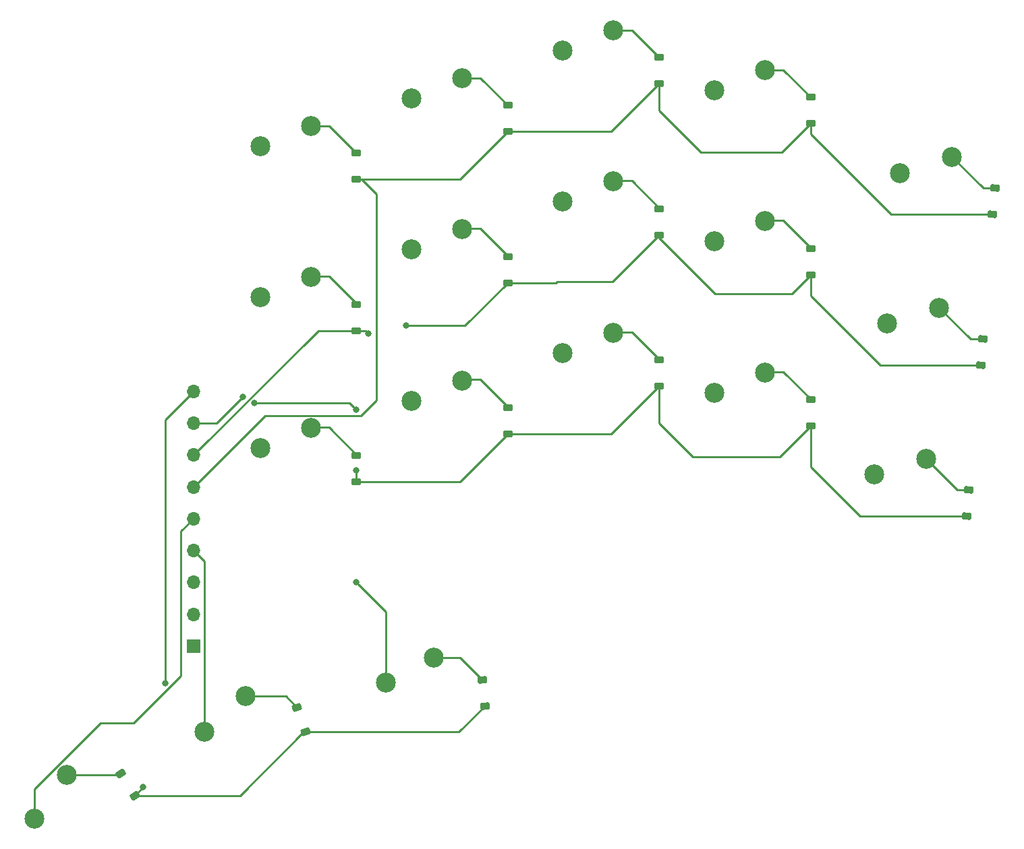
<source format=gbr>
%TF.GenerationSoftware,KiCad,Pcbnew,7.0.7*%
%TF.CreationDate,2023-09-27T07:48:00-06:00*%
%TF.ProjectId,keyboard - right,6b657962-6f61-4726-9420-2d2072696768,rev?*%
%TF.SameCoordinates,Original*%
%TF.FileFunction,Copper,L1,Top*%
%TF.FilePolarity,Positive*%
%FSLAX46Y46*%
G04 Gerber Fmt 4.6, Leading zero omitted, Abs format (unit mm)*
G04 Created by KiCad (PCBNEW 7.0.7) date 2023-09-27 07:48:00*
%MOMM*%
%LPD*%
G01*
G04 APERTURE LIST*
G04 Aperture macros list*
%AMRoundRect*
0 Rectangle with rounded corners*
0 $1 Rounding radius*
0 $2 $3 $4 $5 $6 $7 $8 $9 X,Y pos of 4 corners*
0 Add a 4 corners polygon primitive as box body*
4,1,4,$2,$3,$4,$5,$6,$7,$8,$9,$2,$3,0*
0 Add four circle primitives for the rounded corners*
1,1,$1+$1,$2,$3*
1,1,$1+$1,$4,$5*
1,1,$1+$1,$6,$7*
1,1,$1+$1,$8,$9*
0 Add four rect primitives between the rounded corners*
20,1,$1+$1,$2,$3,$4,$5,0*
20,1,$1+$1,$4,$5,$6,$7,0*
20,1,$1+$1,$6,$7,$8,$9,0*
20,1,$1+$1,$8,$9,$2,$3,0*%
G04 Aperture macros list end*
%TA.AperFunction,ComponentPad*%
%ADD10C,2.500000*%
%TD*%
%TA.AperFunction,SMDPad,CuDef*%
%ADD11RoundRect,0.225000X0.375000X-0.225000X0.375000X0.225000X-0.375000X0.225000X-0.375000X-0.225000X0*%
%TD*%
%TA.AperFunction,SMDPad,CuDef*%
%ADD12RoundRect,0.225000X0.396465X-0.184569X0.349427X0.262966X-0.396465X0.184569X-0.349427X-0.262966X0*%
%TD*%
%TA.AperFunction,SMDPad,CuDef*%
%ADD13RoundRect,0.225000X0.353963X-0.256827X0.393183X0.191460X-0.353963X0.256827X-0.393183X-0.191460X0*%
%TD*%
%TA.AperFunction,SMDPad,CuDef*%
%ADD14RoundRect,0.225000X0.427822X-0.090654X0.281317X0.334830X-0.427822X0.090654X-0.281317X-0.334830X0*%
%TD*%
%TA.AperFunction,SMDPad,CuDef*%
%ADD15RoundRect,0.225000X0.437250X0.007909X0.198786X0.389531X-0.437250X-0.007909X-0.198786X-0.389531X0*%
%TD*%
%TA.AperFunction,ComponentPad*%
%ADD16R,1.700000X1.700000*%
%TD*%
%TA.AperFunction,ComponentPad*%
%ADD17O,1.700000X1.700000*%
%TD*%
%TA.AperFunction,ViaPad*%
%ADD18C,0.800000*%
%TD*%
%TA.AperFunction,Conductor*%
%ADD19C,0.250000*%
%TD*%
G04 APERTURE END LIST*
D10*
%TO.P,S31,1,1*%
%TO.N,C9*%
X246645964Y-92159079D03*
%TO.P,S31,2,2*%
%TO.N,Net-(D30-A)*%
X252995964Y-89619079D03*
%TD*%
%TO.P,S22,1,1*%
%TO.N,C7*%
X208645964Y-55159079D03*
%TO.P,S22,2,2*%
%TO.N,Net-(D21-A)*%
X214995964Y-52619079D03*
%TD*%
%TO.P,S25,1,1*%
%TO.N,C8*%
X227645964Y-49159079D03*
%TO.P,S25,2,2*%
%TO.N,Net-(D24-A)*%
X233995964Y-46619079D03*
%TD*%
D11*
%TO.P,D19,1,K*%
%TO.N,R4*%
X201723227Y-65349079D03*
%TO.P,D19,2,A*%
%TO.N,Net-(D19-A)*%
X201723227Y-62049079D03*
%TD*%
D10*
%TO.P,S28,1,1*%
%TO.N,C6*%
X161302797Y-145706554D03*
%TO.P,S28,2,2*%
%TO.N,Net-(D27-A)*%
X165341907Y-140187525D03*
%TD*%
%TO.P,S34,1,1*%
%TO.N,C10*%
X268325996Y-83451675D03*
%TO.P,S34,2,2*%
%TO.N,Net-(D33-A)*%
X274873208Y-81474780D03*
%TD*%
D11*
%TO.P,D23,1,K*%
%TO.N,R2*%
X220723227Y-97349079D03*
%TO.P,D23,2,A*%
%TO.N,Net-(D23-A)*%
X220723227Y-94049079D03*
%TD*%
%TO.P,D28,1,K*%
%TO.N,R4*%
X258723227Y-58345448D03*
%TO.P,D28,2,A*%
%TO.N,Net-(D28-A)*%
X258723227Y-55045448D03*
%TD*%
%TO.P,D20,1,K*%
%TO.N,R3*%
X201723227Y-84349079D03*
%TO.P,D20,2,A*%
%TO.N,Net-(D20-A)*%
X201723227Y-81049079D03*
%TD*%
D10*
%TO.P,S23,1,1*%
%TO.N,C7*%
X208645964Y-74159079D03*
%TO.P,S23,2,2*%
%TO.N,Net-(D22-A)*%
X214995964Y-71619079D03*
%TD*%
%TO.P,S30,1,1*%
%TO.N,C9*%
X246645964Y-73159079D03*
%TO.P,S30,2,2*%
%TO.N,Net-(D29-A)*%
X252995964Y-70619079D03*
%TD*%
D11*
%TO.P,D29,1,K*%
%TO.N,R3*%
X258723227Y-77345448D03*
%TO.P,D29,2,A*%
%TO.N,Net-(D29-A)*%
X258723227Y-74045448D03*
%TD*%
%TO.P,D36,1,K*%
%TO.N,R2*%
X201723227Y-103345448D03*
%TO.P,D36,2,A*%
%TO.N,Net-(D36-A)*%
X201723227Y-100045448D03*
%TD*%
D10*
%TO.P,S19,1,1*%
%TO.N,C6*%
X189645962Y-61159079D03*
%TO.P,S19,2,2*%
%TO.N,Net-(D19-A)*%
X195995962Y-58619079D03*
%TD*%
D12*
%TO.P,D35,1,K*%
%TO.N,R1*%
X217851433Y-131525823D03*
%TO.P,D35,2,A*%
%TO.N,Net-(D35-A)*%
X217506489Y-128243901D03*
%TD*%
D13*
%TO.P,D34,1,K*%
%TO.N,R2*%
X278307348Y-107672536D03*
%TO.P,D34,2,A*%
%TO.N,Net-(D34-A)*%
X278594962Y-104385094D03*
%TD*%
%TO.P,D32,1,K*%
%TO.N,R4*%
X281549027Y-69767655D03*
%TO.P,D32,2,A*%
%TO.N,Net-(D32-A)*%
X281836641Y-66480213D03*
%TD*%
D14*
%TO.P,D31,1,K*%
%TO.N,R1*%
X195344938Y-134797487D03*
%TO.P,D31,2,A*%
%TO.N,Net-(D31-A)*%
X194270564Y-131677275D03*
%TD*%
D11*
%TO.P,D22,1,K*%
%TO.N,R3*%
X220723227Y-78345448D03*
%TO.P,D22,2,A*%
%TO.N,Net-(D22-A)*%
X220723227Y-75045448D03*
%TD*%
D10*
%TO.P,S26,1,1*%
%TO.N,C8*%
X227645964Y-68159079D03*
%TO.P,S26,2,2*%
%TO.N,Net-(D25-A)*%
X233995964Y-65619079D03*
%TD*%
%TO.P,S21,1,1*%
%TO.N,C6*%
X189645962Y-99159079D03*
%TO.P,S21,2,2*%
%TO.N,Net-(D36-A)*%
X195995962Y-96619079D03*
%TD*%
%TO.P,S32,1,1*%
%TO.N,C7*%
X182633974Y-134742791D03*
%TO.P,S32,2,2*%
%TO.N,Net-(D31-A)*%
X187811074Y-130273817D03*
%TD*%
D13*
%TO.P,D33,1,K*%
%TO.N,R3*%
X280056348Y-88683953D03*
%TO.P,D33,2,A*%
%TO.N,Net-(D33-A)*%
X280343962Y-85396511D03*
%TD*%
D11*
%TO.P,D21,1,K*%
%TO.N,R4*%
X220723227Y-59349079D03*
%TO.P,D21,2,A*%
%TO.N,Net-(D21-A)*%
X220723227Y-56049079D03*
%TD*%
D10*
%TO.P,S27,1,1*%
%TO.N,C8*%
X227645964Y-87159079D03*
%TO.P,S27,2,2*%
%TO.N,Net-(D26-A)*%
X233995964Y-84619079D03*
%TD*%
D11*
%TO.P,D25,1,K*%
%TO.N,R3*%
X239723227Y-72349079D03*
%TO.P,D25,2,A*%
%TO.N,Net-(D25-A)*%
X239723227Y-69049079D03*
%TD*%
D10*
%TO.P,S35,1,1*%
%TO.N,C10*%
X266677980Y-102449094D03*
%TO.P,S35,2,2*%
%TO.N,Net-(D34-A)*%
X273225192Y-100472199D03*
%TD*%
%TO.P,S20,1,1*%
%TO.N,C6*%
X189645962Y-80159079D03*
%TO.P,S20,2,2*%
%TO.N,Net-(D20-A)*%
X195995962Y-77619079D03*
%TD*%
%TO.P,S29,1,1*%
%TO.N,C9*%
X246645964Y-54159079D03*
%TO.P,S29,2,2*%
%TO.N,Net-(D28-A)*%
X252995964Y-51619079D03*
%TD*%
%TO.P,S33,1,1*%
%TO.N,C10*%
X269935221Y-64545574D03*
%TO.P,S33,2,2*%
%TO.N,Net-(D32-A)*%
X276482433Y-62568679D03*
%TD*%
D15*
%TO.P,D27,1,K*%
%TO.N,R1*%
X173897523Y-142777253D03*
%TO.P,D27,2,A*%
%TO.N,Net-(D27-A)*%
X172148789Y-139978695D03*
%TD*%
D10*
%TO.P,S36,1,1*%
%TO.N,C8*%
X205406400Y-128620769D03*
%TO.P,S36,2,2*%
%TO.N,Net-(D35-A)*%
X211456112Y-125430927D03*
%TD*%
D11*
%TO.P,D24,1,K*%
%TO.N,R4*%
X239723227Y-53349079D03*
%TO.P,D24,2,A*%
%TO.N,Net-(D24-A)*%
X239723227Y-50049079D03*
%TD*%
%TO.P,D26,1,K*%
%TO.N,R2*%
X239723227Y-91349079D03*
%TO.P,D26,2,A*%
%TO.N,Net-(D26-A)*%
X239723227Y-88049079D03*
%TD*%
D10*
%TO.P,S24,1,1*%
%TO.N,C7*%
X208645964Y-93159079D03*
%TO.P,S24,2,2*%
%TO.N,Net-(D23-A)*%
X214995964Y-90619079D03*
%TD*%
D11*
%TO.P,D30,1,K*%
%TO.N,R2*%
X258723227Y-96349079D03*
%TO.P,D30,2,A*%
%TO.N,Net-(D30-A)*%
X258723227Y-93049079D03*
%TD*%
D16*
%TO.P,J2,1,Pin_1*%
%TO.N,C10*%
X181275976Y-124000000D03*
D17*
%TO.P,J2,2,Pin_2*%
%TO.N,C9*%
X181275976Y-120000000D03*
%TO.P,J2,3,Pin_3*%
%TO.N,C8*%
X181275976Y-116000000D03*
%TO.P,J2,4,Pin_4*%
%TO.N,C7*%
X181275976Y-112000000D03*
%TO.P,J2,5,Pin_5*%
%TO.N,C6*%
X181275976Y-108000000D03*
%TO.P,J2,6,Pin_6*%
%TO.N,R4*%
X181275976Y-104000000D03*
%TO.P,J2,7,Pin_7*%
%TO.N,R3*%
X181275976Y-100000000D03*
%TO.P,J2,8,Pin_8*%
%TO.N,R2*%
X181275976Y-96000000D03*
%TO.P,J2,9,Pin_9*%
%TO.N,R1*%
X181275976Y-92000000D03*
%TD*%
D18*
%TO.N,R3*%
X203223227Y-84699079D03*
X207921464Y-83699079D03*
%TO.N,R2*%
X201723227Y-94319579D03*
X201723227Y-101949079D03*
X187473227Y-92699079D03*
X188921462Y-93449079D03*
%TO.N,R1*%
X177710928Y-128686780D03*
X174973227Y-141699079D03*
%TO.N,C8*%
X201723227Y-116000000D03*
%TD*%
D19*
%TO.N,R4*%
X214723227Y-65349079D02*
X220723227Y-59349079D01*
X201723227Y-65349079D02*
X214723227Y-65349079D01*
X258723227Y-59699079D02*
X268807120Y-69782972D01*
X239723227Y-53349079D02*
X239723227Y-56699079D01*
X220723227Y-59349079D02*
X233723227Y-59349079D01*
X258723227Y-58345448D02*
X258723227Y-59699079D01*
X244973227Y-61949079D02*
X255119596Y-61949079D01*
X204223227Y-67199079D02*
X202373227Y-65349079D01*
X255119596Y-61949079D02*
X258723227Y-58345448D01*
X190231897Y-95044079D02*
X181275976Y-104000000D01*
X202318227Y-95044079D02*
X204223227Y-93139079D01*
X233723227Y-59349079D02*
X239723227Y-53349079D01*
X204223227Y-93139079D02*
X204223227Y-67199079D01*
X239723227Y-56699079D02*
X244973227Y-61949079D01*
X281533710Y-69782972D02*
X281549027Y-69767655D01*
X268807120Y-69782972D02*
X281533710Y-69782972D01*
X202318227Y-95044079D02*
X190231897Y-95044079D01*
X202373227Y-65349079D02*
X201723227Y-65349079D01*
%TO.N,R3*%
X239723227Y-72349079D02*
X239723227Y-72699079D01*
X202873227Y-84349079D02*
X203223227Y-84699079D01*
X226921464Y-78199079D02*
X233873227Y-78199079D01*
X239723227Y-72699079D02*
X246723227Y-79699079D01*
X215369596Y-83699079D02*
X220723227Y-78345448D01*
X258723227Y-77345448D02*
X258723227Y-79949079D01*
X246723227Y-79699079D02*
X256369596Y-79699079D01*
X220723227Y-78345448D02*
X226775095Y-78345448D01*
X233873227Y-78199079D02*
X239723227Y-72349079D01*
X207921464Y-83699079D02*
X215369596Y-83699079D01*
X201723227Y-84349079D02*
X202873227Y-84349079D01*
X226775095Y-78345448D02*
X226921464Y-78199079D01*
X256369596Y-79699079D02*
X258723227Y-77345448D01*
X258723227Y-79949079D02*
X267463221Y-88689073D01*
X267463221Y-88689073D02*
X280051228Y-88689073D01*
X181275976Y-100000000D02*
X196926897Y-84349079D01*
X280051228Y-88689073D02*
X280056348Y-88683953D01*
X196926897Y-84349079D02*
X201723227Y-84349079D01*
%TO.N,R2*%
X258723227Y-101449079D02*
X264960640Y-107686492D01*
X239723227Y-95949079D02*
X243973227Y-100199079D01*
X278293392Y-107686492D02*
X278307348Y-107672536D01*
X233723227Y-97349079D02*
X239723227Y-91349079D01*
X184172306Y-96000000D02*
X187473227Y-92699079D01*
X239723227Y-91349079D02*
X239723227Y-95949079D01*
X220723227Y-97349079D02*
X233723227Y-97349079D01*
X201723227Y-103345448D02*
X214726858Y-103345448D01*
X264960640Y-107686492D02*
X278293392Y-107686492D01*
X201723227Y-101949079D02*
X201723227Y-103345448D01*
X254873227Y-100199079D02*
X258723227Y-96349079D01*
X214726858Y-103345448D02*
X220723227Y-97349079D01*
X258723227Y-96349079D02*
X258723227Y-101449079D01*
X181275976Y-96000000D02*
X184172306Y-96000000D01*
X188921462Y-93449079D02*
X200852727Y-93449079D01*
X243973227Y-100199079D02*
X254873227Y-100199079D01*
X200852727Y-93449079D02*
X201723227Y-94319579D01*
%TO.N,R1*%
X174973227Y-141699079D02*
X174973227Y-141701549D01*
X181275976Y-92000000D02*
X177710928Y-95565048D01*
X174973227Y-141701549D02*
X173897523Y-142777253D01*
X187145053Y-142777253D02*
X195124819Y-134797487D01*
X214579769Y-134797487D02*
X217851433Y-131525823D01*
X173897523Y-142777253D02*
X187145053Y-142777253D01*
X195344938Y-134797487D02*
X214579769Y-134797487D01*
X195124819Y-134797487D02*
X195344938Y-134797487D01*
X177710928Y-95565048D02*
X177710928Y-128686780D01*
%TO.N,Net-(D19-A)*%
X195995962Y-58619079D02*
X198293227Y-58619079D01*
X198293227Y-58619079D02*
X201723227Y-62049079D01*
%TO.N,Net-(D20-A)*%
X198293227Y-77519079D02*
X201723227Y-80949079D01*
X195995962Y-77519079D02*
X198293227Y-77519079D01*
%TO.N,Net-(D21-A)*%
X214995964Y-52619079D02*
X217293227Y-52619079D01*
X217293227Y-52619079D02*
X220723227Y-56049079D01*
%TO.N,Net-(D22-A)*%
X217293227Y-71519079D02*
X220723227Y-74949079D01*
X214995964Y-71519079D02*
X217293227Y-71519079D01*
%TO.N,Net-(D23-A)*%
X214995964Y-90519079D02*
X217293227Y-90519079D01*
X217293227Y-90519079D02*
X220723227Y-93949079D01*
%TO.N,Net-(D24-A)*%
X233995964Y-46619079D02*
X236293227Y-46619079D01*
X236293227Y-46619079D02*
X239723227Y-50049079D01*
%TO.N,Net-(D25-A)*%
X236293227Y-65519079D02*
X239723227Y-68949079D01*
X233995964Y-65519079D02*
X236293227Y-65519079D01*
%TO.N,Net-(D26-A)*%
X233995964Y-84519079D02*
X236293227Y-84519079D01*
X236293227Y-84519079D02*
X239723227Y-87949079D01*
%TO.N,Net-(D27-A)*%
X171939959Y-140187525D02*
X172148789Y-139978695D01*
X165341907Y-140187525D02*
X171939959Y-140187525D01*
%TO.N,Net-(D28-A)*%
X255296858Y-51619079D02*
X258723227Y-55045448D01*
X252995964Y-51619079D02*
X255296858Y-51619079D01*
%TO.N,Net-(D29-A)*%
X255296858Y-70519079D02*
X258723227Y-73945448D01*
X252995964Y-70519079D02*
X255296858Y-70519079D01*
%TO.N,Net-(D30-A)*%
X255296858Y-89519079D02*
X258723227Y-92945448D01*
X252995964Y-89519079D02*
X255296858Y-89519079D01*
%TO.N,Net-(D31-A)*%
X187811074Y-130273817D02*
X192867106Y-130273817D01*
X192867106Y-130273817D02*
X194270564Y-131677275D01*
%TO.N,Net-(D32-A)*%
X280393967Y-66480213D02*
X281836641Y-66480213D01*
X276482433Y-62568679D02*
X280393967Y-66480213D01*
%TO.N,Net-(D33-A)*%
X274873208Y-81474780D02*
X278794939Y-85396511D01*
X278794939Y-85396511D02*
X280343962Y-85396511D01*
%TO.N,Net-(D34-A)*%
X273225192Y-100472199D02*
X277138087Y-104385094D01*
X277138087Y-104385094D02*
X278594962Y-104385094D01*
%TO.N,Net-(D35-A)*%
X211456112Y-125430927D02*
X214693515Y-125430927D01*
X214693515Y-125430927D02*
X217506489Y-128243901D01*
%TO.N,Net-(D36-A)*%
X195995962Y-96519079D02*
X198293227Y-96519079D01*
X198293227Y-96519079D02*
X201723227Y-99949079D01*
%TO.N,C6*%
X179723227Y-109552749D02*
X181275976Y-108000000D01*
X161302797Y-141999248D02*
X169602966Y-133699079D01*
X173723227Y-133699079D02*
X179723227Y-127699079D01*
X179723227Y-127699079D02*
X179723227Y-109552749D01*
X161302797Y-145706554D02*
X161302797Y-141999248D01*
X169602966Y-133699079D02*
X173723227Y-133699079D01*
%TO.N,C7*%
X182633974Y-113357998D02*
X181275976Y-112000000D01*
X182633974Y-134742791D02*
X182633974Y-113357998D01*
%TO.N,C8*%
X205406400Y-119683173D02*
X201723227Y-116000000D01*
X205406400Y-128620769D02*
X205406400Y-119683173D01*
%TD*%
M02*

</source>
